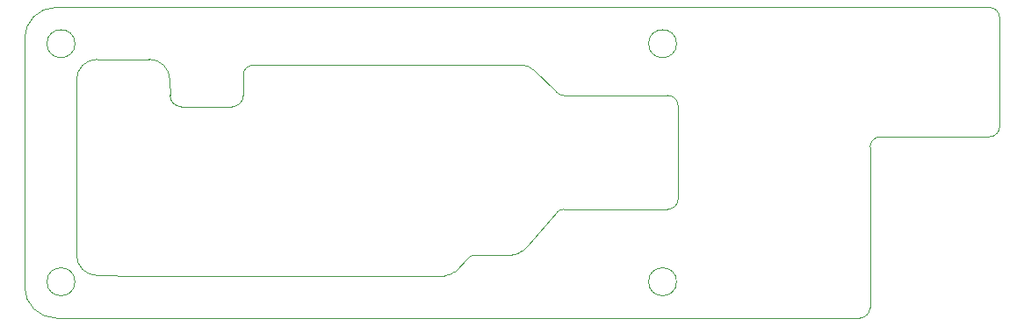
<source format=gm1>
G04 #@! TF.GenerationSoftware,KiCad,Pcbnew,9.0.2*
G04 #@! TF.CreationDate,2025-06-21T10:43:41+02:00*
G04 #@! TF.ProjectId,conndom,636f6e6e-646f-46d2-9e6b-696361645f70,0.2*
G04 #@! TF.SameCoordinates,Original*
G04 #@! TF.FileFunction,Profile,NP*
%FSLAX46Y46*%
G04 Gerber Fmt 4.6, Leading zero omitted, Abs format (unit mm)*
G04 Created by KiCad (PCBNEW 9.0.2) date 2025-06-21 10:43:41*
%MOMM*%
%LPD*%
G01*
G04 APERTURE LIST*
G04 #@! TA.AperFunction,Profile*
%ADD10C,0.050000*%
G04 #@! TD*
G04 APERTURE END LIST*
D10*
X106000000Y-87000000D02*
X106014214Y-88500000D01*
X186000000Y-91500000D02*
G75*
G02*
X185000000Y-92500000I-1000000J0D01*
G01*
X140000000Y-85585786D02*
X114000000Y-85585786D01*
X102900000Y-105914214D02*
X99000000Y-105900000D01*
X113085786Y-86500000D02*
G75*
G02*
X114000000Y-85585786I914214J0D01*
G01*
X99000000Y-85000000D02*
X104000000Y-85000000D01*
X107100000Y-89585786D02*
G75*
G02*
X106014214Y-88500000I0J1085786D01*
G01*
X154000000Y-88500000D02*
G75*
G02*
X155000000Y-89500000I0J-1000000D01*
G01*
X140000000Y-85585786D02*
G75*
G02*
X141000000Y-86000000I0J-1414214D01*
G01*
X99000000Y-105900000D02*
G75*
G02*
X97000000Y-103900000I0J2000000D01*
G01*
X140000000Y-103500000D02*
G75*
G02*
X139000000Y-103914214I-1000000J1000000D01*
G01*
X155000000Y-98500000D02*
G75*
G02*
X154000000Y-99500000I-1000000J0D01*
G01*
X173500027Y-93507158D02*
X173500000Y-109000000D01*
X95000000Y-80000000D02*
X185000000Y-80000000D01*
X172500000Y-110000000D02*
X95000000Y-110000000D01*
X155000000Y-89500000D02*
X155000000Y-98500000D01*
X134764433Y-104201331D02*
G75*
G02*
X135500000Y-103914214I735567J-798669D01*
G01*
X104000000Y-85000000D02*
G75*
G02*
X106000000Y-87000000I0J-2000000D01*
G01*
X140500000Y-103000000D02*
X140000000Y-103500000D01*
X173500000Y-109000000D02*
G75*
G02*
X172500000Y-110000000I-1000000J0D01*
G01*
X143292893Y-88207106D02*
X141000000Y-86000000D01*
X186000000Y-81000000D02*
X186000000Y-91500000D01*
X113085786Y-86500000D02*
X113085786Y-88500000D01*
X113085786Y-88500000D02*
G75*
G02*
X112000000Y-89585786I-1085786J0D01*
G01*
X144000000Y-88500000D02*
G75*
G02*
X143292893Y-88207107I0J1000000D01*
G01*
X134764435Y-104201331D02*
X133500000Y-105500000D01*
X139000000Y-103914214D02*
X135500000Y-103914214D01*
X132500000Y-105914214D02*
X102900000Y-105914214D01*
X154000000Y-99500000D02*
X144000000Y-99500000D01*
X154000000Y-88500000D02*
X144000000Y-88500000D01*
X185000000Y-80000000D02*
G75*
G02*
X186000000Y-81000000I0J-1000000D01*
G01*
X133500000Y-105500000D02*
G75*
G02*
X132500000Y-105914214I-1000000J1000000D01*
G01*
X97000000Y-87000000D02*
G75*
G02*
X99000000Y-85000000I2000000J0D01*
G01*
X185000000Y-92500000D02*
X174500000Y-92500000D01*
X97000000Y-103900000D02*
X97000000Y-87000000D01*
X143292893Y-99792893D02*
G75*
G02*
X144000000Y-99500000I707107J-707107D01*
G01*
X107100000Y-89585786D02*
X112000000Y-89585786D01*
X143292893Y-99792893D02*
X140500000Y-103000000D01*
X173500026Y-93507158D02*
G75*
G02*
X174500000Y-92500000I999974J7158D01*
G01*
X92000000Y-107000000D02*
X92000000Y-83000000D01*
X92000000Y-83000000D02*
G75*
G02*
X95000000Y-80000000I3000001J-1D01*
G01*
X95000000Y-110000000D02*
G75*
G02*
X92000000Y-107000000I1J3000001D01*
G01*
X96850000Y-83500000D02*
G75*
G02*
X94150000Y-83500000I-1350000J0D01*
G01*
X94150000Y-83500000D02*
G75*
G02*
X96850000Y-83500000I1350000J0D01*
G01*
X96850000Y-106500000D02*
G75*
G02*
X94150000Y-106500000I-1350000J0D01*
G01*
X94150000Y-106500000D02*
G75*
G02*
X96850000Y-106500000I1350000J0D01*
G01*
X154850000Y-83500000D02*
G75*
G02*
X152150000Y-83500000I-1350000J0D01*
G01*
X152150000Y-83500000D02*
G75*
G02*
X154850000Y-83500000I1350000J0D01*
G01*
X154850000Y-106500000D02*
G75*
G02*
X152150000Y-106500000I-1350000J0D01*
G01*
X152150000Y-106500000D02*
G75*
G02*
X154850000Y-106500000I1350000J0D01*
G01*
M02*

</source>
